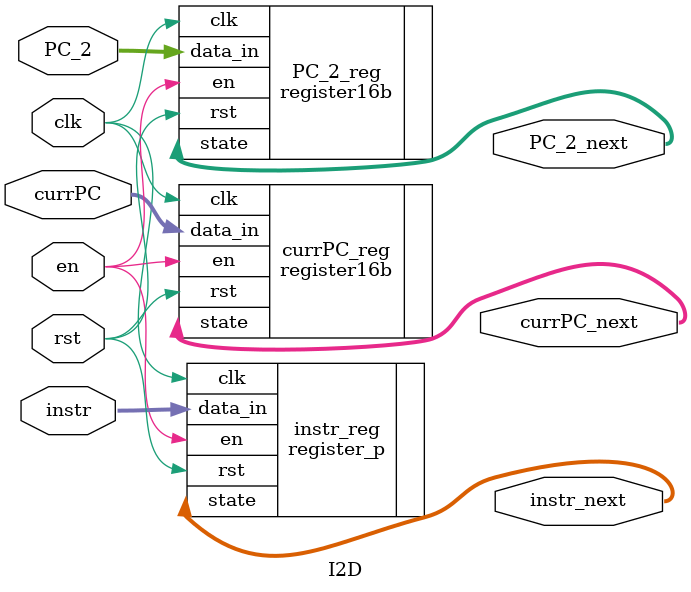
<source format=v>
/*
   CS/ECE 552 Spring '23
  
   Filename        : I2D.v
   Description     : This is the module for Instruction Fetch to Decode Pipeline Logic.
					 
*/
module I2D(en, clk, rst, PC_2, instr, currPC, instr_next, PC_2_next, currPC_next);
   
	input wire clk, rst, en;
	input  wire[15:0] PC_2, instr, currPC;
	output wire [15:0] instr_next, PC_2_next, currPC_next;

	// instruction register that accounts for NOP
    register_p instr_reg(.en(en), .clk(clk), .rst(rst), .data_in(instr), .state(instr_next));
	// PC+2 register 
    register16b PC_2_reg(.en(en), .clk(clk), .rst(rst), .data_in(PC_2), .state(PC_2_next));
	// current PC register
    register16b currPC_reg(.en(en), .clk(clk), .rst(rst), .data_in(currPC), .state(currPC_next));

endmodule

</source>
